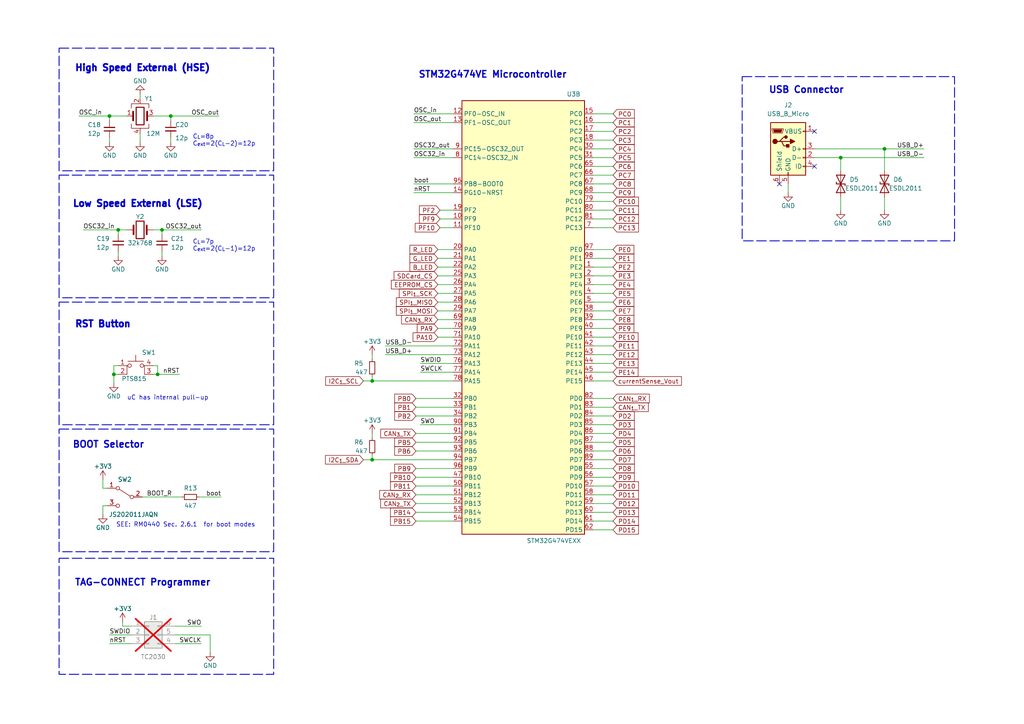
<source format=kicad_sch>
(kicad_sch (version 20231120) (generator "eeschema") (generator_version "8.0")
  (paper "A4")
  (title_block (title "Power - Daughter Board") (date "2023-12-08") (rev "1") (company "NYU FSAE"))
  (lib_symbols
    (symbol "Connector:USB_B_Micro" (pin_names (offset 1.016))
      (property "Reference" "J" (at -5.08 11.43 0))
      (property "Value" "USB_B_Micro" (at -5.08 8.89 0))
      (symbol "USB_B_Micro_0_1"
        (rectangle (start -5.08 -7.62) (end 5.08 7.62) (stroke (width 0.254)) (fill (type background)))
        (circle (center -3.81 2.159) (radius 0.635) (stroke (width 0.254)) (fill (type outline)))
        (circle (center -0.635 3.429) (radius 0.381) (stroke (width 0.254)) (fill (type outline)))
        (rectangle (start -0.127 -7.62) (end 0.127 -6.858))
        (polyline (pts (xy -1.905 2.159) (xy 0.635 2.159)) (stroke (width 0.254)))
        (polyline (pts (xy -3.175 2.159) (xy -2.54 2.159) (xy -1.27 3.429) (xy -0.635 3.429)) (stroke (width 0.254)))
        (polyline (pts (xy -2.54 2.159) (xy -1.905 2.159) (xy -1.27 0.889) (xy 0 0.889)) (stroke (width 0.254)))
        (polyline (pts (xy 0.635 2.794) (xy 0.635 1.524) (xy 1.905 2.159) (xy 0.635 2.794)) (stroke (width 0.254)) (fill (type outline)))
        (polyline (pts (xy -4.318 5.588) (xy -1.778 5.588) (xy -2.032 4.826) (xy -4.064 4.826) (xy -4.318 5.588)) (fill (type outline)))
        (polyline (pts (xy -4.699 5.842) (xy -4.699 5.588) (xy -4.445 4.826) (xy -4.445 4.572) (xy -1.651 4.572) (xy -1.651 4.826) (xy -1.397 5.588) (xy -1.397 5.842) (xy -4.699 5.842)))
        (rectangle (start 0.254 1.27) (end -0.508 0.508) (stroke (width 0.254)) (fill (type outline)))
        (rectangle (start 5.08 -5.207) (end 4.318 -4.953))
        (rectangle (start 5.08 -2.667) (end 4.318 -2.413))
        (rectangle (start 5.08 -0.127) (end 4.318 0.127))
        (rectangle (start 5.08 4.953) (end 4.318 5.207))
      )
      (symbol "USB_B_Micro_1_1"
        (pin power_out line (at 7.62 5.08 180) (length 2.54) (name "VBUS") (number "1"))
        (pin bidirectional line (at 7.62 -2.54 180) (length 2.54) (name "D-") (number "2"))
        (pin bidirectional line (at 7.62 0 180) (length 2.54) (name "D+") (number "3"))
        (pin passive line (at 7.62 -5.08 180) (length 2.54) (name "ID") (number "4"))
        (pin power_out line (at 0 -10.16 90) (length 2.54) (name "GND") (number "5"))
        (pin passive line (at -2.54 -10.16 90) (length 2.54) (name "Shield") (number "6"))
      )
    )
    (symbol "Connector_Generic:Conn_02x03_Counter_Clockwise" (pin_names (offset 1.016) hide)
      (property "Reference" "J" (at 1.27 5.08 0))
      (property "Value" "Conn_02x03_Counter_Clockwise" (at 1.27 -5.08 0))
      (symbol "Conn_02x03_Counter_Clockwise_1_1"
        (rectangle (start -1.27 -2.413) (end 0 -2.667) (stroke (width 0.1524)))
        (rectangle (start -1.27 0.127) (end 0 -0.127) (stroke (width 0.1524)))
        (rectangle (start -1.27 2.667) (end 0 2.413) (stroke (width 0.1524)))
        (rectangle (start -1.27 3.81) (end 3.81 -3.81) (stroke (width 0.254)) (fill (type background)))
        (rectangle (start 3.81 -2.413) (end 2.54 -2.667) (stroke (width 0.1524)))
        (rectangle (start 3.81 0.127) (end 2.54 -0.127) (stroke (width 0.1524)))
        (rectangle (start 3.81 2.667) (end 2.54 2.413) (stroke (width 0.1524)))
        (pin passive line (at -5.08 2.54 0) (length 3.81) (name "Pin_1") (number "1"))
        (pin passive line (at -5.08 0 0) (length 3.81) (name "Pin_2") (number "2"))
        (pin passive line (at -5.08 -2.54 0) (length 3.81) (name "Pin_3") (number "3"))
        (pin passive line (at 7.62 -2.54 180) (length 3.81) (name "Pin_4") (number "4"))
        (pin passive line (at 7.62 0 180) (length 3.81) (name "Pin_5") (number "5"))
        (pin passive line (at 7.62 2.54 180) (length 3.81) (name "Pin_6") (number "6"))
      )
    )
    (symbol "Device:C_Small" (pin_numbers hide) (pin_names (offset 0.254) hide)
      (property "Reference" "C" (at 0.254 1.778 0))
      (property "Value" "C_Small" (at 0.254 -2.032 0))
      (symbol "C_Small_0_1"
        (polyline (pts (xy -1.524 -0.508) (xy 1.524 -0.508)) (stroke (width 0.3302)))
        (polyline (pts (xy -1.524 0.508) (xy 1.524 0.508)) (stroke (width 0.3048)))
      )
      (symbol "C_Small_1_1"
        (pin passive line (at 0 2.54 270) (length 2.032) (name "~") (number "1"))
        (pin passive line (at 0 -2.54 90) (length 2.032) (name "~") (number "2"))
      )
    )
    (symbol "Device:Crystal" (pin_numbers hide) (pin_names (offset 1.016) hide)
      (property "Reference" "Y" (at 0 3.81 0))
      (property "Value" "Crystal" (at 0 -3.81 0))
      (symbol "Crystal_0_1"
        (rectangle (start -1.143 2.54) (end 1.143 -2.54) (stroke (width 0.3048)))
        (polyline (pts (xy -2.54 0) (xy -1.905 0)))
        (polyline (pts (xy -1.905 -1.27) (xy -1.905 1.27)) (stroke (width 0.508)))
        (polyline (pts (xy 1.905 -1.27) (xy 1.905 1.27)) (stroke (width 0.508)))
        (polyline (pts (xy 2.54 0) (xy 1.905 0)))
      )
      (symbol "Crystal_1_1"
        (pin passive line (at -3.81 0 0) (length 1.27) (name "1") (number "1"))
        (pin passive line (at 3.81 0 180) (length 1.27) (name "2") (number "2"))
      )
    )
    (symbol "Device:Crystal_GND24" (pin_names (offset 1.016) hide)
      (property "Reference" "Y" (at 3.175 5.08 0))
      (property "Value" "Crystal_GND24" (at 3.175 3.175 0))
      (symbol "Crystal_GND24_0_1"
        (rectangle (start -1.143 2.54) (end 1.143 -2.54) (stroke (width 0.3048)))
        (polyline (pts (xy -2.54 0) (xy -2.032 0)))
        (polyline (pts (xy -2.032 -1.27) (xy -2.032 1.27)) (stroke (width 0.508)))
        (polyline (pts (xy 0 -3.81) (xy 0 -3.556)))
        (polyline (pts (xy 0 3.556) (xy 0 3.81)))
        (polyline (pts (xy 2.032 -1.27) (xy 2.032 1.27)) (stroke (width 0.508)))
        (polyline (pts (xy 2.032 0) (xy 2.54 0)))
        (polyline (pts (xy -2.54 -2.286) (xy -2.54 -3.556) (xy 2.54 -3.556) (xy 2.54 -2.286)))
        (polyline (pts (xy -2.54 2.286) (xy -2.54 3.556) (xy 2.54 3.556) (xy 2.54 2.286)))
      )
      (symbol "Crystal_GND24_1_1"
        (pin passive line (at -3.81 0 0) (length 1.27) (name "1") (number "1"))
        (pin passive line (at 0 5.08 270) (length 1.27) (name "2") (number "2"))
        (pin passive line (at 3.81 0 180) (length 1.27) (name "3") (number "3"))
        (pin passive line (at 0 -5.08 90) (length 1.27) (name "4") (number "4"))
      )
    )
    (symbol "Device:D_TVS" (pin_numbers hide) (pin_names (offset 1.016) hide)
      (property "Reference" "D" (at 0 2.54 0))
      (property "Value" "D_TVS" (at 0 -2.54 0))
      (symbol "D_TVS_0_1"
        (polyline (pts (xy 1.27 0) (xy -1.27 0)))
        (polyline (pts (xy 0.508 1.27) (xy 0 1.27) (xy 0 -1.27) (xy -0.508 -1.27)) (stroke (width 0.254)))
        (polyline (pts (xy -2.54 1.27) (xy -2.54 -1.27) (xy 2.54 1.27) (xy 2.54 -1.27) (xy -2.54 1.27)) (stroke (width 0.254)))
      )
      (symbol "D_TVS_1_1"
        (pin passive line (at -3.81 0 0) (length 2.54) (name "A1") (number "1"))
        (pin passive line (at 3.81 0 180) (length 2.54) (name "A2") (number "2"))
      )
    )
    (symbol "Device:R_Small" (pin_numbers hide) (pin_names (offset 0.254) hide)
      (property "Reference" "R" (at 0.762 0.508 0))
      (property "Value" "R_Small" (at 0.762 -1.016 0))
      (symbol "R_Small_0_1"
        (rectangle (start -0.762 1.778) (end 0.762 -1.778) (stroke (width 0.2032)))
      )
      (symbol "R_Small_1_1"
        (pin passive line (at 0 2.54 270) (length 0.762) (name "~") (number "1"))
        (pin passive line (at 0 -2.54 90) (length 0.762) (name "~") (number "2"))
      )
    )
    (symbol "GND_1" (power) (pin_names (offset 0))
      (property "Value" "GND_1" (at 0 -3.81 0))
      (symbol "GND_1_0_1"
        (polyline (pts (xy 0 0) (xy 0 -1.27) (xy 1.27 -1.27) (xy 0 -2.54) (xy -1.27 -1.27) (xy 0 -1.27)))
      )
      (symbol "GND_1_1_1"
        (pin power_in line (at 0 0 270) (length 0) hide (name "GND") (number "1"))
      )
    )
    (symbol "GND_2" (power) (pin_names (offset 0))
      (property "Value" "GND_2" (at 0 -3.81 0))
      (symbol "GND_2_0_1"
        (polyline (pts (xy 0 0) (xy 0 -1.27) (xy 1.27 -1.27) (xy 0 -2.54) (xy -1.27 -1.27) (xy 0 -1.27)))
      )
      (symbol "GND_2_1_1"
        (pin power_in line (at 0 0 270) (length 0) hide (name "GND") (number "1"))
      )
    )
    (symbol "Switch:SW_MEC_5E" (pin_names (offset 1.016) hide)
      (property "Reference" "SW" (at 0.635 5.715 0))
      (property "Value" "SW_MEC_5E" (at 0 -3.175 0))
      (symbol "SW_MEC_5E_0_1"
        (circle (center -1.778 2.54) (radius 0.508))
        (polyline (pts (xy -2.286 3.81) (xy 2.286 3.81)))
        (polyline (pts (xy 0 3.81) (xy 0 5.588)))
        (polyline (pts (xy -2.54 0) (xy -2.54 2.54) (xy -2.286 2.54)))
        (polyline (pts (xy 2.54 0) (xy 2.54 2.54) (xy 2.286 2.54)))
        (circle (center 1.778 2.54) (radius 0.508))
        (pin passive line (at -5.08 2.54 0) (length 2.54) (name "1") (number "1"))
        (pin passive line (at -5.08 0 0) (length 2.54) (name "2") (number "2"))
        (pin passive line (at 5.08 0 180) (length 2.54) (name "K") (number "3"))
        (pin passive line (at 5.08 2.54 180) (length 2.54) (name "A") (number "4"))
      )
    )
    (symbol "Switch:SW_SPDT" (pin_names (offset 0) hide)
      (property "Reference" "SW" (at 0 4.318 0))
      (property "Value" "SW_SPDT" (at 0 -5.08 0))
      (symbol "SW_SPDT_0_0"
        (circle (center -2.032 0) (radius 0.508))
        (circle (center 2.032 -2.54) (radius 0.508))
      )
      (symbol "SW_SPDT_0_1"
        (polyline (pts (xy -1.524 0.254) (xy 1.651 2.286)))
        (circle (center 2.032 2.54) (radius 0.508))
      )
      (symbol "SW_SPDT_1_1"
        (pin passive line (at 5.08 2.54 180) (length 2.54) (name "A") (number "1"))
        (pin passive line (at -5.08 0 0) (length 2.54) (name "B") (number "2"))
        (pin passive line (at 5.08 -2.54 180) (length 2.54) (name "C") (number "3"))
      )
    )
    (symbol "additional_lib:STM32G474VEXX"
      (property "Reference" "U" (at 0 64.77 0))
      (property "Value" "STM32G474VEXX" (at 0 -64.77 0))
      (symbol "STM32G474VEXX_1_1"
        (rectangle (start -6.35 16.51) (end 6.35 -12.7) (stroke (width 0.254)) (fill (type background)))
        (pin power_in line (at -8.89 -11.43 0) (length 2.54) (name "V_{DD}") (number "100"))
        (pin power_in line (at 8.89 -1.27 180) (length 2.54) (name "V_{SS}") (number "23"))
        (pin power_in line (at -8.89 -1.27 0) (length 2.54) (name "V_{DD}") (number "24"))
        (pin power_in line (at 8.89 15.24 180) (length 2.54) (name "V_{SSA}") (number "35"))
        (pin power_in line (at -8.89 10.16 0) (length 2.54) (name "V_{REF+}") (number "36"))
        (pin power_in line (at -8.89 15.24 0) (length 2.54) (name "V_{DDA}") (number "37"))
        (pin power_in line (at 8.89 -3.81 180) (length 2.54) (name "V_{SS}") (number "48"))
        (pin power_in line (at -8.89 -3.81 0) (length 2.54) (name "V_{DD}") (number "49"))
        (pin power_in line (at -8.89 3.81 0) (length 2.54) (name "V_{BAT}") (number "6"))
        (pin power_in line (at 8.89 -6.35 180) (length 2.54) (name "V_{SS}") (number "63"))
        (pin power_in line (at -8.89 -6.35 0) (length 2.54) (name "V_{DD}") (number "64"))
        (pin power_in line (at 8.89 -8.89 180) (length 2.54) (name "V_{SS}") (number "74"))
        (pin power_in line (at -8.89 -8.89 0) (length 2.54) (name "V_{DD}") (number "75"))
        (pin power_in line (at 8.89 -11.43 180) (length 2.54) (name "V_{SS}") (number "99"))
      )
      (symbol "STM32G474VEXX_2_1"
        (rectangle (start -17.78 63.5) (end 17.78 -62.23) (stroke (width 0.254)) (fill (type background)))
        (pin power_in line (at 20.32 15.24 180) (length 2.54) (name "PE2") (number "1"))
        (pin bidirectional line (at -20.32 29.21 0) (length 2.54) (name "PF9") (number "10"))
        (pin bidirectional line (at -20.32 26.67 0) (length 2.54) (name "PF10") (number "11"))
        (pin bidirectional line (at -20.32 59.69 0) (length 2.54) (name "PF0-OSC_IN") (number "12"))
        (pin bidirectional line (at -20.32 57.15 0) (length 2.54) (name "PF1-OSC_OUT") (number "13"))
        (pin bidirectional line (at -20.32 36.83 0) (length 2.54) (name "PG10-NRST") (number "14"))
        (pin power_in line (at 20.32 59.69 180) (length 2.54) (name "PC0") (number "15"))
        (pin power_in line (at 20.32 57.15 180) (length 2.54) (name "PC1") (number "16"))
        (pin power_in line (at 20.32 54.61 180) (length 2.54) (name "PC2") (number "17"))
        (pin power_in line (at 20.32 52.07 180) (length 2.54) (name "PC3") (number "18"))
        (pin bidirectional line (at -20.32 31.75 0) (length 2.54) (name "PF2") (number "19"))
        (pin power_in line (at 20.32 12.7 180) (length 2.54) (name "PE3") (number "2"))
        (pin power_in line (at -20.32 20.32 0) (length 2.54) (name "PA0") (number "20"))
        (pin bidirectional line (at -20.32 17.78 0) (length 2.54) (name "PA1") (number "21"))
        (pin bidirectional line (at -20.32 15.24 0) (length 2.54) (name "PA2") (number "22"))
        (pin bidirectional line (at -20.32 12.7 0) (length 2.54) (name "PA3") (number "25"))
        (pin bidirectional line (at -20.32 10.16 0) (length 2.54) (name "PA4") (number "26"))
        (pin bidirectional line (at -20.32 7.62 0) (length 2.54) (name "PA5") (number "27"))
        (pin bidirectional line (at -20.32 5.08 0) (length 2.54) (name "PA6") (number "28"))
        (pin bidirectional line (at -20.32 2.54 0) (length 2.54) (name "PA7") (number "29"))
        (pin power_in line (at 20.32 10.16 180) (length 2.54) (name "PE4") (number "3"))
        (pin power_in line (at 20.32 49.53 180) (length 2.54) (name "PC4") (number "30"))
        (pin power_in line (at 20.32 46.99 180) (length 2.54) (name "PC5") (number "31"))
        (pin bidirectional line (at -20.32 -22.86 0) (length 2.54) (name "PB0") (number "32"))
        (pin bidirectional line (at -20.32 -25.4 0) (length 2.54) (name "PB1") (number "33"))
        (pin bidirectional line (at -20.32 -27.94 0) (length 2.54) (name "PB2") (number "34"))
        (pin power_in line (at 20.32 2.54 180) (length 2.54) (name "PE7") (number "38"))
        (pin power_in line (at 20.32 0 180) (length 2.54) (name "PE8") (number "39"))
        (pin power_in line (at 20.32 7.62 180) (length 2.54) (name "PE5") (number "4"))
        (pin power_in line (at 20.32 -2.54 180) (length 2.54) (name "PE9") (number "40"))
        (pin power_in line (at 20.32 -5.08 180) (length 2.54) (name "PE10") (number "41"))
        (pin power_in line (at 20.32 -7.62 180) (length 2.54) (name "PE11") (number "42"))
        (pin power_in line (at 20.32 -10.16 180) (length 2.54) (name "PE12") (number "43"))
        (pin power_in line (at 20.32 -12.7 180) (length 2.54) (name "PE13") (number "44"))
        (pin power_in line (at 20.32 -15.24 180) (length 2.54) (name "PE14") (number "45"))
        (pin power_in line (at 20.32 -17.78 180) (length 2.54) (name "PE15") (number "46"))
        (pin bidirectional line (at -20.32 -45.72 0) (length 2.54) (name "PB10") (number "47"))
        (pin power_in line (at 20.32 5.08 180) (length 2.54) (name "PE6") (number "5"))
        (pin bidirectional line (at -20.32 -48.26 0) (length 2.54) (name "PB11") (number "50"))
        (pin bidirectional line (at -20.32 -50.8 0) (length 2.54) (name "PB12") (number "51"))
        (pin bidirectional line (at -20.32 -53.34 0) (length 2.54) (name "PB13") (number "52"))
        (pin bidirectional line (at -20.32 -55.88 0) (length 2.54) (name "PB14") (number "53"))
        (pin bidirectional line (at -20.32 -58.42 0) (length 2.54) (name "PB15") (number "54"))
        (pin bidirectional line (at 20.32 -43.18 180) (length 2.54) (name "PD8") (number "55"))
        (pin bidirectional line (at 20.32 -45.72 180) (length 2.54) (name "PD9") (number "56"))
        (pin bidirectional line (at 20.32 -48.26 180) (length 2.54) (name "PD10") (number "57"))
        (pin bidirectional line (at 20.32 -50.8 180) (length 2.54) (name "PD11") (number "58"))
        (pin bidirectional line (at 20.32 -53.34 180) (length 2.54) (name "PD12") (number "59"))
        (pin bidirectional line (at 20.32 -55.88 180) (length 2.54) (name "PD13") (number "60"))
        (pin bidirectional line (at 20.32 -58.42 180) (length 2.54) (name "PD14") (number "61"))
        (pin bidirectional line (at 20.32 -60.96 180) (length 2.54) (name "PD15") (number "62"))
        (pin power_in line (at 20.32 44.45 180) (length 2.54) (name "PC6") (number "65"))
        (pin power_in line (at 20.32 41.91 180) (length 2.54) (name "PC7") (number "66"))
        (pin power_in line (at 20.32 39.37 180) (length 2.54) (name "PC8") (number "67"))
        (pin power_in line (at 20.32 36.83 180) (length 2.54) (name "PC9") (number "68"))
        (pin bidirectional line (at -20.32 0 0) (length 2.54) (name "PA8") (number "69"))
        (pin power_in line (at 20.32 26.67 180) (length 2.54) (name "PC13") (number "7"))
        (pin bidirectional line (at -20.32 -2.54 0) (length 2.54) (name "PA9") (number "70"))
        (pin bidirectional line (at -20.32 -5.08 0) (length 2.54) (name "PA10") (number "71"))
        (pin bidirectional line (at -20.32 -7.62 0) (length 2.54) (name "PA11") (number "72"))
        (pin bidirectional line (at -20.32 -10.16 0) (length 2.54) (name "PA12") (number "73"))
        (pin bidirectional line (at -20.32 -12.7 0) (length 2.54) (name "PA13") (number "76"))
        (pin bidirectional line (at -20.32 -15.24 0) (length 2.54) (name "PA14") (number "77"))
        (pin bidirectional line (at -20.32 -17.78 0) (length 2.54) (name "PA15") (number "78"))
        (pin power_in line (at 20.32 34.29 180) (length 2.54) (name "PC10") (number "79"))
        (pin power_in line (at -20.32 46.99 0) (length 2.54) (name "PC14-OSC32_IN") (number "8"))
        (pin power_in line (at 20.32 31.75 180) (length 2.54) (name "PC11") (number "80"))
        (pin power_in line (at 20.32 29.21 180) (length 2.54) (name "PC12") (number "81"))
        (pin bidirectional line (at 20.32 -22.86 180) (length 2.54) (name "PD0") (number "82"))
        (pin bidirectional line (at 20.32 -25.4 180) (length 2.54) (name "PD1") (number "83"))
        (pin bidirectional line (at 20.32 -27.94 180) (length 2.54) (name "PD2") (number "84"))
        (pin bidirectional line (at 20.32 -30.48 180) (length 2.54) (name "PD3") (number "85"))
        (pin bidirectional line (at 20.32 -33.02 180) (length 2.54) (name "PD4") (number "86"))
        (pin bidirectional line (at 20.32 -35.56 180) (length 2.54) (name "PD5") (number "87"))
        (pin bidirectional line (at 20.32 -38.1 180) (length 2.54) (name "PD6") (number "88"))
        (pin bidirectional line (at 20.32 -40.64 180) (length 2.54) (name "PD7") (number "89"))
        (pin power_in line (at -20.32 49.53 0) (length 2.54) (name "PC15-OSC32_OUT") (number "9"))
        (pin bidirectional line (at -20.32 -30.48 0) (length 2.54) (name "PB3") (number "90"))
        (pin bidirectional line (at -20.32 -33.02 0) (length 2.54) (name "PB4") (number "91"))
        (pin bidirectional line (at -20.32 -35.56 0) (length 2.54) (name "PB5") (number "92"))
        (pin bidirectional line (at -20.32 -38.1 0) (length 2.54) (name "PB6") (number "93"))
        (pin bidirectional line (at -20.32 -40.64 0) (length 2.54) (name "PB7") (number "94"))
        (pin bidirectional line (at -20.32 39.37 0) (length 2.54) (name "PB8-BOOT0") (number "95"))
        (pin bidirectional line (at -20.32 -43.18 0) (length 2.54) (name "PB9") (number "96"))
        (pin power_in line (at 20.32 20.32 180) (length 2.54) (name "PE0") (number "97"))
        (pin power_in line (at 20.32 17.78 180) (length 2.54) (name "PE1") (number "98"))
      )
    )
    (symbol "power:+3V3" (power) (pin_names (offset 0))
      (property "Value" "+3V3" (at 0 3.556 0))
      (symbol "+3V3_0_1"
        (polyline (pts (xy -0.762 1.27) (xy 0 2.54)))
        (polyline (pts (xy 0 0) (xy 0 2.54)))
        (polyline (pts (xy 0 2.54) (xy 0.762 1.27)))
      )
      (symbol "+3V3_1_1"
        (pin power_in line (at 0 0 90) (length 0) hide (name "+3V3") (number "1"))
      )
    )
    (symbol "power:GND" (power) (pin_names (offset 0))
      (property "Value" "GND" (at 0 -3.81 0))
      (symbol "GND_0_1"
        (polyline (pts (xy 0 0) (xy 0 -1.27) (xy 1.27 -1.27) (xy 0 -2.54) (xy -1.27 -1.27) (xy 0 -1.27)))
      )
      (symbol "GND_1_1"
        (pin power_in line (at 0 0 270) (length 0) hide (name "GND") (number "1"))
      )
    )
  )
  (junction (at 107.95 133.35))
  (junction (at 49.53 33.655))
  (junction (at 46.99 66.675))
  (junction (at 31.75 33.655))
  (junction (at 33.02 108.585))
  (junction (at 256.54 43.18))
  (junction (at 243.84 45.72))
  (junction (at 34.29 66.675))
  (junction (at 107.95 110.49))
  (junction (at 45.72 108.585))
  (no_connect (at 236.22 48.26))
  (no_connect (at 226.06 53.34))
  (no_connect (at 236.22 38.1))
  (wire (pts (xy 127 92.71) (xy 131.445 92.71)))
  (wire (pts (xy 177.8 107.95) (xy 172.085 107.95)))
  (wire (pts (xy 120.015 45.72) (xy 131.445 45.72)))
  (wire (pts (xy 127 95.25) (xy 131.445 95.25)))
  (wire (pts (xy 127 72.39) (xy 131.445 72.39)))
  (wire (pts (xy 127 97.79) (xy 131.445 97.79)))
  (wire (pts (xy 31.115 146.685) (xy 29.845 146.685)))
  (wire (pts (xy 46.99 66.675) (xy 46.99 67.945)))
  (wire (pts (xy 29.845 146.685) (xy 29.845 149.225)))
  (wire (pts (xy 243.84 45.72) (xy 243.84 49.53)))
  (wire (pts (xy 22.86 33.655) (xy 31.75 33.655)))
  (wire (pts (xy 127.635 60.96) (xy 131.445 60.96)))
  (wire (pts (xy 243.84 57.15) (xy 243.84 60.96)))
  (wire (pts (xy 44.45 108.585) (xy 45.72 108.585)))
  (wire (pts (xy 256.54 57.15) (xy 256.54 60.96)))
  (wire (pts (xy 236.22 45.72) (xy 243.84 45.72)))
  (wire (pts (xy 177.8 143.51) (xy 172.085 143.51)))
  (wire (pts (xy 121.92 107.95) (xy 131.445 107.95)))
  (wire (pts (xy 177.8 38.1) (xy 172.085 38.1)))
  (wire (pts (xy 120.015 53.34) (xy 131.445 53.34)))
  (wire (pts (xy 29.845 141.605) (xy 31.115 141.605)))
  (wire (pts (xy 120.65 128.27) (xy 131.445 128.27)))
  (wire (pts (xy 127 85.09) (xy 131.445 85.09)))
  (wire (pts (xy 107.95 132.08) (xy 107.95 133.35)))
  (wire (pts (xy 34.29 67.945) (xy 34.29 66.675)))
  (wire (pts (xy 120.65 148.59) (xy 131.445 148.59)))
  (wire (pts (xy 111.76 102.87) (xy 131.445 102.87)))
  (wire (pts (xy 177.8 72.39) (xy 172.085 72.39)))
  (wire (pts (xy 31.75 34.925) (xy 31.75 33.655)))
  (wire (pts (xy 121.92 105.41) (xy 131.445 105.41)))
  (wire (pts (xy 177.8 128.27) (xy 172.085 128.27)))
  (wire (pts (xy 31.75 186.69) (xy 38.1 186.69)))
  (wire (pts (xy 177.8 40.64) (xy 172.085 40.64)))
  (wire (pts (xy 111.76 100.33) (xy 131.445 100.33)))
  (wire (pts (xy 45.72 108.585) (xy 52.07 108.585)))
  (wire (pts (xy 177.8 55.88) (xy 172.085 55.88)))
  (wire (pts (xy 120.65 151.13) (xy 131.445 151.13)))
  (wire (pts (xy 120.015 43.18) (xy 131.445 43.18)))
  (wire (pts (xy 177.8 45.72) (xy 172.085 45.72)))
  (wire (pts (xy 177.8 123.19) (xy 172.085 123.19)))
  (wire (pts (xy 177.8 77.47) (xy 172.085 77.47)))
  (wire (pts (xy 177.8 120.65) (xy 172.085 120.65)))
  (wire (pts (xy 120.65 130.81) (xy 131.445 130.81)))
  (wire (pts (xy 177.8 138.43) (xy 172.085 138.43)))
  (wire (pts (xy 120.65 146.05) (xy 131.445 146.05)))
  (wire (pts (xy 120.015 55.88) (xy 131.445 55.88)))
  (wire (pts (xy 177.8 125.73) (xy 172.085 125.73)))
  (wire (pts (xy 105.41 110.49) (xy 107.95 110.49)))
  (wire (pts (xy 177.8 110.49) (xy 172.085 110.49)))
  (wire (pts (xy 57.785 144.145) (xy 64.135 144.145)))
  (wire (pts (xy 38.1 181.61) (xy 35.56 181.61)))
  (wire (pts (xy 40.64 38.735) (xy 40.64 41.275)))
  (wire (pts (xy 256.54 43.18) (xy 256.54 49.53)))
  (wire (pts (xy 40.64 27.305) (xy 40.64 28.575)))
  (wire (pts (xy 177.8 66.04) (xy 172.085 66.04)))
  (wire (pts (xy 127 74.93) (xy 131.445 74.93)))
  (wire (pts (xy 236.22 43.18) (xy 256.54 43.18)))
  (wire (pts (xy 127 87.63) (xy 131.445 87.63)))
  (wire (pts (xy 177.8 43.18) (xy 172.085 43.18)))
  (wire (pts (xy 177.8 58.42) (xy 172.085 58.42)))
  (wire (pts (xy 177.8 90.17) (xy 172.085 90.17)))
  (wire (pts (xy 120.65 115.57) (xy 131.445 115.57)))
  (wire (pts (xy 177.8 92.71) (xy 172.085 92.71)))
  (wire (pts (xy 177.8 50.8) (xy 172.085 50.8)))
  (wire (pts (xy 107.95 125.73) (xy 107.95 127)))
  (wire (pts (xy 33.02 111.125) (xy 33.02 108.585)))
  (wire (pts (xy 31.75 33.655) (xy 36.83 33.655)))
  (wire (pts (xy 172.085 115.57) (xy 177.8 115.57)))
  (wire (pts (xy 33.02 106.045) (xy 33.02 108.585)))
  (wire (pts (xy 33.02 108.585) (xy 34.29 108.585)))
  (wire (pts (xy 45.72 106.045) (xy 45.72 108.585)))
  (wire (pts (xy 46.99 73.025) (xy 46.99 74.295)))
  (wire (pts (xy 243.84 45.72) (xy 267.97 45.72)))
  (wire (pts (xy 120.015 33.02) (xy 131.445 33.02)))
  (wire (pts (xy 177.8 33.02) (xy 172.085 33.02)))
  (wire (pts (xy 34.29 73.025) (xy 34.29 74.295)))
  (wire (pts (xy 34.29 106.045) (xy 33.02 106.045)))
  (wire (pts (xy 120.65 125.73) (xy 131.445 125.73)))
  (wire (pts (xy 50.8 186.69) (xy 58.42 186.69)))
  (wire (pts (xy 228.6 53.34) (xy 228.6 55.88)))
  (wire (pts (xy 120.65 120.65) (xy 131.445 120.65)))
  (wire (pts (xy 127.635 66.04) (xy 131.445 66.04)))
  (wire (pts (xy 49.53 33.655) (xy 63.5 33.655)))
  (wire (pts (xy 35.56 181.61) (xy 35.56 180.34)))
  (wire (pts (xy 120.65 138.43) (xy 131.445 138.43)))
  (wire (pts (xy 127.635 63.5) (xy 131.445 63.5)))
  (wire (pts (xy 177.8 60.96) (xy 172.085 60.96)))
  (wire (pts (xy 49.53 40.005) (xy 49.53 41.275)))
  (wire (pts (xy 177.8 63.5) (xy 172.085 63.5)))
  (wire (pts (xy 60.96 184.15) (xy 60.96 189.23)))
  (wire (pts (xy 105.41 133.35) (xy 107.95 133.35)))
  (wire (pts (xy 31.75 40.005) (xy 31.75 41.275)))
  (wire (pts (xy 44.45 33.655) (xy 49.53 33.655)))
  (wire (pts (xy 177.8 97.79) (xy 172.085 97.79)))
  (wire (pts (xy 107.95 133.35) (xy 131.445 133.35)))
  (wire (pts (xy 107.95 110.49) (xy 131.445 110.49)))
  (wire (pts (xy 44.45 66.675) (xy 46.99 66.675)))
  (wire (pts (xy 31.75 184.15) (xy 38.1 184.15)))
  (wire (pts (xy 177.8 153.67) (xy 172.085 153.67)))
  (wire (pts (xy 177.8 102.87) (xy 172.085 102.87)))
  (wire (pts (xy 107.95 102.87) (xy 107.95 104.14)))
  (wire (pts (xy 256.54 43.18) (xy 267.97 43.18)))
  (wire (pts (xy 34.29 66.675) (xy 36.83 66.675)))
  (wire (pts (xy 121.92 123.19) (xy 131.445 123.19)))
  (wire (pts (xy 44.45 106.045) (xy 45.72 106.045)))
  (wire (pts (xy 24.13 66.675) (xy 34.29 66.675)))
  (wire (pts (xy 127 80.01) (xy 131.445 80.01)))
  (wire (pts (xy 177.8 87.63) (xy 172.085 87.63)))
  (wire (pts (xy 29.845 139.065) (xy 29.845 141.605)))
  (wire (pts (xy 177.8 85.09) (xy 172.085 85.09)))
  (wire (pts (xy 177.8 151.13) (xy 172.085 151.13)))
  (wire (pts (xy 177.8 82.55) (xy 172.085 82.55)))
  (wire (pts (xy 177.8 80.01) (xy 172.085 80.01)))
  (wire (pts (xy 177.8 74.93) (xy 172.085 74.93)))
  (wire (pts (xy 120.65 140.97) (xy 131.445 140.97)))
  (wire (pts (xy 127 82.55) (xy 131.445 82.55)))
  (wire (pts (xy 177.8 146.05) (xy 172.085 146.05)))
  (wire (pts (xy 177.8 100.33) (xy 172.085 100.33)))
  (wire (pts (xy 172.085 105.41) (xy 177.8 105.41)))
  (wire (pts (xy 120.65 143.51) (xy 131.445 143.51)))
  (wire (pts (xy 107.95 109.22) (xy 107.95 110.49)))
  (wire (pts (xy 50.8 181.61) (xy 58.42 181.61)))
  (wire (pts (xy 177.8 130.81) (xy 172.085 130.81)))
  (wire (pts (xy 41.275 144.145) (xy 52.705 144.145)))
  (wire (pts (xy 50.8 184.15) (xy 60.96 184.15)))
  (wire (pts (xy 127 77.47) (xy 131.445 77.47)))
  (wire (pts (xy 49.53 33.655) (xy 49.53 34.925)))
  (wire (pts (xy 177.8 48.26) (xy 172.085 48.26)))
  (wire (pts (xy 177.8 140.97) (xy 172.085 140.97)))
  (wire (pts (xy 172.085 118.11) (xy 177.8 118.11)))
  (wire (pts (xy 177.8 133.35) (xy 172.085 133.35)))
  (wire (pts (xy 177.8 95.25) (xy 172.085 95.25)))
  (wire (pts (xy 120.65 135.89) (xy 131.445 135.89)))
  (wire (pts (xy 46.99 66.675) (xy 58.42 66.675)))
  (wire (pts (xy 177.8 135.89) (xy 172.085 135.89)))
  (wire (pts (xy 177.8 35.56) (xy 172.085 35.56)))
  (wire (pts (xy 127 90.17) (xy 131.445 90.17)))
  (wire (pts (xy 120.65 118.11) (xy 131.445 118.11)))
  (wire (pts (xy 177.8 148.59) (xy 172.085 148.59)))
  (wire (pts (xy 177.8 53.34) (xy 172.085 53.34)))
  (wire (pts (xy 120.015 35.56) (xy 131.445 35.56)))
  (rectangle (start 17.145 124.46) (end 79.375 160.02) (stroke (width 0.254) (type dash)))
  (rectangle (start 215.265 22.225) (end 276.86 69.85) (stroke (width 0.254) (type dash)))
  (rectangle (start 17.145 161.925) (end 79.375 195.58) (stroke (width 0.254) (type dash)))
  (rectangle (start 17.145 50.8) (end 79.375 86.36) (stroke (width 0.254) (type dash)))
  (rectangle (start 17.145 87.63) (end 79.375 123.19) (stroke (width 0.254) (type dash)))
  (rectangle (start 17.145 13.97) (end 79.375 49.53) (stroke (width 0.254) (type dash)))
  (text "TAG-CONNECT Programmer" (at 21.59 170.18 0) (effects (font (size 1.905 1.905) (thickness 0.381) (bold yes)) (justify left bottom)))
  (text "High Speed External (HSE)" (at 21.59 20.955 0) (effects (font (size 1.905 1.905) (thickness 0.508) (bold yes)) (justify left bottom)))
  (text "Low Speed External (LSE)" (at 20.955 60.325 0) (effects (font (size 1.905 1.905) (thickness 0.508) (bold yes)) (justify left bottom)))
  (text "C_{L}=8p\nC_{ext}=2(C_{L}-2)=12p" (at 55.88 42.545 0) (effects (font (size 1.27 1.27)) (justify left bottom)))
  (text "uC has internal pull-up\n" (at 36.83 116.205 0) (effects (font (size 1.27 1.27)) (justify left bottom)))
  (text "BOOT Selector" (at 20.955 130.175 0) (effects (font (size 1.905 1.905) (thickness 0.381) (bold yes)) (justify left bottom)))
  (text "USB Connector" (at 222.885 27.305 0) (effects (font (size 1.905 1.905) (thickness 0.381) (bold yes)) (justify left bottom)))
  (text "SEE: RM0440 Sec. 2.6.1  for boot modes" (at 33.655 153.035 0) (effects (font (size 1.27 1.27)) (justify left bottom)))
  (text "C_{L}=7p\nC_{ext}=2(C_{L}-1)=12p" (at 55.88 73.025 0) (effects (font (size 1.27 1.27)) (justify left bottom)))
  (text "RST Button" (at 21.59 95.25 0) (effects (font (size 1.905 1.905) (thickness 0.508) (bold yes)) (justify left bottom)))
  (text "STM32G474VE Microcontroller" (at 121.285 22.86 0) (effects (font (size 1.905 1.905) (thickness 0.381) (bold yes)) (justify left bottom)))
  (label "nRST" (at 31.75 186.69 0))
  (label "nRST" (at 120.015 55.88 0))
  (label "USB_D+" (at 267.97 43.18 180))
  (label "SWDIO" (at 31.75 184.15 0))
  (label "USB_D-" (at 267.97 45.72 180))
  (label "BOOT_R" (at 42.545 144.145 0))
  (label "nRST" (at 52.07 108.585 180))
  (label "OSC_in" (at 120.015 33.02 0))
  (label "OSC32_out" (at 58.42 66.675 180))
  (label "OSC32_in" (at 120.015 45.72 0))
  (label "USB_D-" (at 111.76 100.33 0))
  (label "boot" (at 64.135 144.145 180))
  (label "SWO" (at 58.42 181.61 180))
  (label "SWCLK" (at 58.42 186.69 180))
  (label "SWDIO" (at 121.92 105.41 0))
  (label "OSC32_out" (at 120.015 43.18 0))
  (label "OSC_out" (at 120.015 35.56 0))
  (label "OSC_out" (at 63.5 33.655 180))
  (label "OSC_in" (at 22.86 33.655 0))
  (label "SWO" (at 121.92 123.19 0))
  (label "SWCLK" (at 121.92 107.95 0))
  (label "USB_D+" (at 111.76 102.87 0))
  (label "boot" (at 120.015 53.34 0))
  (label "OSC32_in" (at 24.13 66.675 0))
  (global_label "PC3" (shape input) (at 177.8 40.64 0) (property "Intersheetrefs" "${INTERSHEET_REFS}" (effects (hide yes))))
  (global_label "PF9" (shape input) (at 127.635 63.5 180) (property "Intersheetrefs" "${INTERSHEET_REFS}" (effects (hide yes))))
  (global_label "PD14" (shape input) (at 177.8 151.13 0) (property "Intersheetrefs" "${INTERSHEET_REFS}" (effects (hide yes))))
  (global_label "PD4" (shape input) (at 177.8 125.73 0) (property "Intersheetrefs" "${INTERSHEET_REFS}" (effects (hide yes))))
  (global_label "PB15" (shape input) (at 120.65 151.13 180) (property "Intersheetrefs" "${INTERSHEET_REFS}" (effects (hide yes))))
  (global_label "PB9" (shape input) (at 120.65 135.89 180) (property "Intersheetrefs" "${INTERSHEET_REFS}" (effects (hide yes))))
  (global_label "PC11" (shape input) (at 177.8 60.96 0) (property "Intersheetrefs" "${INTERSHEET_REFS}" (effects (hide yes))))
  (global_label "PC13" (shape input) (at 177.8 66.04 0) (property "Intersheetrefs" "${INTERSHEET_REFS}" (effects (hide yes))))
  (global_label "PC5" (shape input) (at 177.8 45.72 0) (property "Intersheetrefs" "${INTERSHEET_REFS}" (effects (hide yes))))
  (global_label "PC0" (shape input) (at 177.8 33.02 0) (property "Intersheetrefs" "${INTERSHEET_REFS}" (effects (hide yes))))
  (global_label "PE4" (shape input) (at 177.8 82.55 0) (property "Intersheetrefs" "${INTERSHEET_REFS}" (effects (hide yes))))
  (global_label "PE8" (shape input) (at 177.8 92.71 0) (property "Intersheetrefs" "${INTERSHEET_REFS}" (effects (hide yes))))
  (global_label "PE14" (shape input) (at 177.8 107.95 0) (property "Intersheetrefs" "${INTERSHEET_REFS}" (effects (hide yes))))
  (global_label "PB14" (shape input) (at 120.65 148.59 180) (property "Intersheetrefs" "${INTERSHEET_REFS}" (effects (hide yes))))
  (global_label "CAN_{3}_RX" (shape input) (at 127 92.71 180) (property "Intersheetrefs" "${INTERSHEET_REFS}" (effects (hide yes))))
  (global_label "PF10" (shape input) (at 127.635 66.04 180) (property "Intersheetrefs" "${INTERSHEET_REFS}" (effects (hide yes))))
  (global_label "I2C_{1}_SDA" (shape input) (at 105.41 133.35 180) (property "Intersheetrefs" "${INTERSHEET_REFS}" (effects (hide yes))))
  (global_label "PC9" (shape input) (at 177.8 55.88 0) (property "Intersheetrefs" "${INTERSHEET_REFS}" (effects (hide yes))))
  (global_label "PA10" (shape input) (at 127 97.79 180) (property "Intersheetrefs" "${INTERSHEET_REFS}" (effects (hide yes))))
  (global_label "SPI_{1}_SCK" (shape input) (at 127 85.09 180) (property "Intersheetrefs" "${INTERSHEET_REFS}" (effects (hide yes))))
  (global_label "PB1" (shape input) (at 120.65 118.11 180) (property "Intersheetrefs" "${INTERSHEET_REFS}" (effects (hide yes))))
  (global_label "PE11" (shape input) (at 177.8 100.33 0) (property "Intersheetrefs" "${INTERSHEET_REFS}" (effects (hide yes))))
  (global_label "EEPROM_CS" (shape input) (at 127 82.55 180) (property "Intersheetrefs" "${INTERSHEET_REFS}" (effects (hide yes))))
  (global_label "PE0" (shape input) (at 177.8 72.39 0) (property "Intersheetrefs" "${INTERSHEET_REFS}" (effects (hide yes))))
  (global_label "PC12" (shape input) (at 177.8 63.5 0) (property "Intersheetrefs" "${INTERSHEET_REFS}" (effects (hide yes))))
  (global_label "PE2" (shape input) (at 177.8 77.47 0) (property "Intersheetrefs" "${INTERSHEET_REFS}" (effects (hide yes))))
  (global_label "CAN_{2}_RX" (shape input) (at 120.65 143.51 180) (property "Intersheetrefs" "${INTERSHEET_REFS}" (effects (hide yes))))
  (global_label "PC8" (shape input) (at 177.8 53.34 0) (property "Intersheetrefs" "${INTERSHEET_REFS}" (effects (hide yes))))
  (global_label "PE10" (shape input) (at 177.8 97.79 0) (property "Intersheetrefs" "${INTERSHEET_REFS}" (effects (hide yes))))
  (global_label "CAN_{3}_TX" (shape input) (at 120.65 125.73 180) (property "Intersheetrefs" "${INTERSHEET_REFS}" (effects (hide yes))))
  (global_label "PD9" (shape input) (at 177.8 138.43 0) (property "Intersheetrefs" "${INTERSHEET_REFS}" (effects (hide yes))))
  (global_label "PE1" (shape input) (at 177.8 74.93 0) (property "Intersheetrefs" "${INTERSHEET_REFS}" (effects (hide yes))))
  (global_label "CAN_{1}_RX" (shape input) (at 177.8 115.57 0) (property "Intersheetrefs" "${INTERSHEET_REFS}" (effects (hide yes))))
  (global_label "PB6" (shape input) (at 120.65 130.81 180) (property "Intersheetrefs" "${INTERSHEET_REFS}" (effects (hide yes))))
  (global_label "PE5" (shape input) (at 177.8 85.09 0) (property "Intersheetrefs" "${INTERSHEET_REFS}" (effects (hide yes))))
  (global_label "PD5" (shape input) (at 177.8 128.27 0) (property "Intersheetrefs" "${INTERSHEET_REFS}" (effects (hide yes))))
  (global_label "PB11" (shape input) (at 120.65 140.97 180) (property "Intersheetrefs" "${INTERSHEET_REFS}" (effects (hide yes))))
  (global_label "PC10" (shape input) (at 177.8 58.42 0) (property "Intersheetrefs" "${INTERSHEET_REFS}" (effects (hide yes))))
  (global_label "SPI_{1}_MISO" (shape input) (at 127 87.63 180) (property "Intersheetrefs" "${INTERSHEET_REFS}" (effects (hide yes))))
  (global_label "PC6" (shape input) (at 177.8 48.26 0) (property "Intersheetrefs" "${INTERSHEET_REFS}" (effects (hide yes))))
  (global_label "G_LED" (shape input) (at 127 74.93 180) (property "Intersheetrefs" "${INTERSHEET_REFS}" (effects (hide yes))))
  (global_label "PC1" (shape input) (at 177.8 35.56 0) (property "Intersheetrefs" "${INTERSHEET_REFS}" (effects (hide yes))))
  (global_label "PC4" (shape input) (at 177.8 43.18 0) (property "Intersheetrefs" "${INTERSHEET_REFS}" (effects (hide yes))))
  (global_label "PD2" (shape input) (at 177.8 120.65 0) (property "Intersheetrefs" "${INTERSHEET_REFS}" (effects (hide yes))))
  (global_label "PD3" (shape input) (at 177.8 123.19 0) (property "Intersheetrefs" "${INTERSHEET_REFS}" (effects (hide yes))))
  (global_label "PE3" (shape input) (at 177.8 80.01 0) (property "Intersheetrefs" "${INTERSHEET_REFS}" (effects (hide yes))))
  (global_label "PB5" (shape input) (at 120.65 128.27 180) (property "Intersheetrefs" "${INTERSHEET_REFS}" (effects (hide yes))))
  (global_label "PE9" (shape input) (at 177.8 95.25 0) (property "Intersheetrefs" "${INTERSHEET_REFS}" (effects (hide yes))))
  (global_label "PD12" (shape input) (at 177.8 146.05 0) (property "Intersheetrefs" "${INTERSHEET_REFS}" (effects (hide yes))))
  (global_label "PE7" (shape input) (at 177.8 90.17 0) (property "Intersheetrefs" "${INTERSHEET_REFS}" (effects (hide yes))))
  (global_label "currentSense_Vout" (shape input) (at 177.8 110.49 0) (property "Intersheetrefs" "${INTERSHEET_REFS}" (effects (hide yes))))
  (global_label "SPI_{1}_MOSI" (shape input) (at 127 90.17 180) (property "Intersheetrefs" "${INTERSHEET_REFS}" (effects (hide yes))))
  (global_label "PF2" (shape input) (at 127.635 60.96 180) (property "Intersheetrefs" "${INTERSHEET_REFS}" (effects (hide yes))))
  (global_label "PB2" (shape input) (at 120.65 120.65 180) (property "Intersheetrefs" "${INTERSHEET_REFS}" (effects (hide yes))))
  (global_label "PC2" (shape input) (at 177.8 38.1 0) (property "Intersheetrefs" "${INTERSHEET_REFS}" (effects (hide yes))))
  (global_label "PA9" (shape input) (at 127 95.25 180) (property "Intersheetrefs" "${INTERSHEET_REFS}" (effects (hide yes))))
  (global_label "PD6" (shape input) (at 177.8 130.81 0) (property "Intersheetrefs" "${INTERSHEET_REFS}" (effects (hide yes))))
  (global_label "R_LED" (shape input) (at 127 72.39 180) (property "Intersheetrefs" "${INTERSHEET_REFS}" (effects (hide yes))))
  (global_label "CAN_{1}_TX" (shape input) (at 177.8 118.11 0) (property "Intersheetrefs" "${INTERSHEET_REFS}" (effects (hide yes))))
  (global_label "PD11" (shape input) (at 177.8 143.51 0) (property "Intersheetrefs" "${INTERSHEET_REFS}" (effects (hide yes))))
  (global_label "PE13" (shape input) (at 177.8 105.41 0) (property "Intersheetrefs" "${INTERSHEET_REFS}" (effects (hide yes))))
  (global_label "CAN_{2}_TX" (shape input) (at 120.65 146.05 180) (property "Intersheetrefs" "${INTERSHEET_REFS}" (effects (hide yes))))
  (global_label "PD13" (shape input) (at 177.8 148.59 0) (property "Intersheetrefs" "${INTERSHEET_REFS}" (effects (hide yes))))
  (global_label "SDCard_CS" (shape input) (at 127 80.01 180) (property "Intersheetrefs" "${INTERSHEET_REFS}" (effects (hide yes))))
  (global_label "PE12" (shape input) (at 177.8 102.87 0) (property "Intersheetrefs" "${INTERSHEET_REFS}" (effects (hide yes))))
  (global_label "PB10" (shape input) (at 120.65 138.43 180) (property "Intersheetrefs" "${INTERSHEET_REFS}" (effects (hide yes))))
  (global_label "PE6" (shape input) (at 177.8 87.63 0) (property "Intersheetrefs" "${INTERSHEET_REFS}" (effects (hide yes))))
  (global_label "PD10" (shape input) (at 177.8 140.97 0) (property "Intersheetrefs" "${INTERSHEET_REFS}" (effects (hide yes))))
  (global_label "I2C_{1}_SCL" (shape input) (at 105.41 110.49 180) (property "Intersheetrefs" "${INTERSHEET_REFS}" (effects (hide yes))))
  (global_label "PD15" (shape input) (at 177.8 153.67 0) (property "Intersheetrefs" "${INTERSHEET_REFS}" (effects (hide yes))))
  (global_label "B_LED" (shape input) (at 127 77.47 180) (property "Intersheetrefs" "${INTERSHEET_REFS}" (effects (hide yes))))
  (global_label "PB0" (shape input) (at 120.65 115.57 180) (property "Intersheetrefs" "${INTERSHEET_REFS}" (effects (hide yes))))
  (global_label "PD8" (shape input) (at 177.8 135.89 0) (property "Intersheetrefs" "${INTERSHEET_REFS}" (effects (hide yes))))
  (global_label "PC7" (shape input) (at 177.8 50.8 0) (property "Intersheetrefs" "${INTERSHEET_REFS}" (effects (hide yes))))
  (global_label "PD7" (shape input) (at 177.8 133.35 0) (property "Intersheetrefs" "${INTERSHEET_REFS}" (effects (hide yes))))
  (symbol (lib_id "power:+3V3") (at 107.95 102.87 0) (unit 1)
    (property "Reference" "#PWR0125" (effects (hide yes)))
    (property "Value" "+3V3" (at 107.95 99.06 0))
  )
  (symbol (lib_id "power:+3V3") (at 107.95 125.73 0) (unit 1)
    (property "Reference" "#PWR0126" (effects (hide yes)))
    (property "Value" "+3V3" (at 107.95 121.92 0))
  )
  (symbol (lib_id "Device:C_Small") (at 46.99 70.485 0) (unit 1)
    (property "Reference" "C21" (at 49.53 69.2213 0) (effects (justify left)))
    (property "Value" "12p" (at 49.53 71.755 0) (effects (justify left)))
    (property "Footprint" "Capacitor_SMD:C_0402_1005Metric" (effects (hide yes)))
    (property "Digikey" "490-11190-1-ND" (effects (hide yes)))
    (property "Name" "GJM1555C1H120FB01D" (effects (hide yes)))
  )
  (symbol (lib_name "GND_2") (lib_id "power:GND") (at 29.845 149.225 0) (unit 1)
    (property "Reference" "#PWR0120" (effects (hide yes)))
    (property "Value" "GND" (at 29.845 153.035 0))
  )
  (symbol (lib_id "Device:D_TVS") (at 243.84 53.34 90) (unit 1)
    (property "Reference" "D5" (at 246.38 52.07 90) (effects (justify right)))
    (property "Value" "ESDL2011" (at 245.11 54.61 90) (effects (justify right)))
    (property "Footprint" "Diode_SMD:D_0201_0603Metric" (effects (hide yes)))
    (property "Name" "ESDL2011PFCT5G" (effects (hide yes)))
    (property "Digikey" "488-ESDL2011PFCT5GCT-ND" (effects (hide yes)))
  )
  (symbol (lib_name "GND_1") (lib_id "power:GND") (at 243.84 60.96 0) (unit 1)
    (property "Reference" "#PWR052" (effects (hide yes)))
    (property "Value" "GND" (at 243.84 64.77 0))
  )
  (symbol (lib_name "GND_1") (lib_id "power:GND") (at 256.54 60.96 0) (unit 1)
    (property "Reference" "#PWR053" (effects (hide yes)))
    (property "Value" "GND" (at 256.54 64.77 0))
  )
  (symbol (lib_name "GND_1") (lib_id "power:GND") (at 228.6 55.88 0) (unit 1)
    (property "Reference" "#PWR0115" (effects (hide yes)))
    (property "Value" "GND" (at 228.6 59.69 0))
  )
  (symbol (lib_id "Device:R_Small") (at 107.95 106.68 0) (unit 1)
    (property "Reference" "R5" (at 105.41 105.41 0) (effects (justify right)))
    (property "Value" "4k7" (at 106.68 107.95 0) (effects (justify right)))
    (property "Footprint" "Resistor_SMD:R_0402_1005Metric" (effects (hide yes)))
    (property "Digikey" "311-4.7KLRCT-ND" (effects (hide yes)))
    (property "Name" "RC0402FR-074K7L" (effects (hide yes)))
  )
  (symbol (lib_id "power:GND") (at 34.29 74.295 0) (unit 1)
    (property "Reference" "#PWR0118" (effects (hide yes)))
    (property "Value" "GND" (at 34.29 78.105 0))
  )
  (symbol (lib_id "power:+3V3") (at 35.56 180.34 0) (unit 1)
    (property "Reference" "#PWR058" (effects (hide yes)))
    (property "Value" "+3V3" (at 35.56 176.53 0))
  )
  (symbol (lib_id "Device:C_Small") (at 34.29 70.485 180) (unit 1)
    (property "Reference" "C19" (at 27.94 69.215 0) (effects (justify right)))
    (property "Value" "12p" (at 27.94 71.755 0) (effects (justify right)))
    (property "Footprint" "Capacitor_SMD:C_0402_1005Metric" (effects (hide yes)))
    (property "Digikey" "490-11190-1-ND" (effects (hide yes)))
    (property "Name" "GJM1555C1H120FB01D" (effects (hide yes)))
  )
  (symbol (lib_id "Device:C_Small") (at 49.53 37.465 0) (unit 1)
    (property "Reference" "C20" (at 50.8 36.195 0) (effects (justify left)))
    (property "Value" "12p" (at 50.8 40.005 0) (effects (justify left)))
    (property "Footprint" "Capacitor_SMD:C_0402_1005Metric" (effects (hide yes)))
    (property "Digikey" "490-11190-1-ND" (effects (hide yes)))
    (property "Name" "GJM1555C1H120FB01D" (effects (hide yes)))
  )
  (symbol (lib_id "Switch:SW_SPDT") (at 36.195 144.145 0) (mirror y) (unit 1)
    (property "Reference" "SW2" (at 36.195 139.065 0))
    (property "Value" "JS202011JAQN" (at 38.735 149.225 0))
    (property "Footprint" "AddProject_footprints:JS102011JAQN" (effects (hide yes)))
    (property "Digikey" "CKN10722CT-ND" (effects (hide yes)))
    (property "Name" "JS202011JAQN" (effects (hide yes)))
  )
  (symbol (lib_id "power:GND") (at 31.75 41.275 0) (unit 1)
    (property "Reference" "#PWR0119" (effects (hide yes)))
    (property "Value" "GND" (at 31.75 45.085 0))
  )
  (symbol (lib_id "Device:R_Small") (at 55.245 144.145 90) (unit 1)
    (property "Reference" "R13" (at 55.245 141.605 90))
    (property "Value" "4k7" (at 55.245 146.685 90))
    (property "Footprint" "Resistor_SMD:R_0402_1005Metric" (effects (hide yes)))
    (property "Digikey" "311-4.7KLRCT-ND" (effects (hide yes)))
    (property "Name" "RC0402FR-074K7L" (effects (hide yes)))
  )
  (symbol (lib_id "power:GND") (at 60.96 189.23 0) (unit 1)
    (property "Reference" "#PWR0122" (effects (hide yes)))
    (property "Value" "GND" (at 60.96 193.04 0))
  )
  (symbol (lib_id "Device:R_Small") (at 107.95 129.54 0) (mirror y) (unit 1)
    (property "Reference" "R6" (at 105.41 128.27 0) (effects (justify left)))
    (property "Value" "4k7" (at 106.68 130.81 0) (effects (justify left)))
    (property "Footprint" "Resistor_SMD:R_0402_1005Metric" (effects (hide yes)))
    (property "Digikey" "311-4.7KLRCT-ND" (effects (hide yes)))
    (property "Name" "RC0402FR-074K7L" (effects (hide yes)))
  )
  (symbol (lib_id "power:GND") (at 40.64 41.275 0) (unit 1)
    (property "Reference" "#PWR027" (effects (hide yes)))
    (property "Value" "GND" (at 40.64 45.085 0))
  )
  (symbol (lib_id "power:GND") (at 46.99 74.295 0) (unit 1)
    (property "Reference" "#PWR0116" (effects (hide yes)))
    (property "Value" "GND" (at 46.99 78.105 0))
  )
  (symbol (lib_id "Connector:USB_B_Micro") (at 228.6 43.18 0) (unit 1)
    (property "Reference" "J2" (at 228.6 30.48 0))
    (property "Value" "USB_B_Micro" (at 228.6 33.02 0))
    (property "Footprint" "Connector_USB:USB_Micro-B_Amphenol_10118193-0001LF_Horizontal" (effects (hide yes)))
    (property "Digikey" "609-4616-1-ND" (effects (hide yes)))
    (property "Name" "10118193-0001LF" (effects (hide yes)))
  )
  (symbol (lib_id "Device:Crystal") (at 40.64 66.675 0) (unit 1)
    (property "Reference" "Y2" (at 40.64 62.865 0))
    (property "Value" "32k768" (at 40.64 70.485 0))
    (property "Footprint" "Crystal:Crystal_SMD_3215-2Pin_3.2x1.5mm" (effects (hide yes)))
    (property "Digikey" "728-1074-1-ND" (effects (hide yes)))
    (property "Name" "SC32S-7PF20PPM" (effects (hide yes)))
  )
  (symbol (lib_id "power:+3V3") (at 29.845 139.065 0) (unit 1)
    (property "Reference" "#PWR059" (effects (hide yes)))
    (property "Value" "+3V3" (at 29.845 135.255 0))
  )
  (symbol (lib_id "power:GND") (at 40.64 27.305 180) (unit 1)
    (property "Reference" "#PWR028" (effects (hide yes)))
    (property "Value" "GND" (at 40.64 23.495 0))
  )
  (symbol (lib_id "Device:C_Small") (at 31.75 37.465 180) (unit 1)
    (property "Reference" "C18" (at 25.4 36.195 0) (effects (justify right)))
    (property "Value" "12p" (at 25.4 38.735 0) (effects (justify right)))
    (property "Footprint" "Capacitor_SMD:C_0402_1005Metric" (effects (hide yes)))
    (property "Digikey" "490-11190-1-ND" (effects (hide yes)))
    (property "Name" "GJM1555C1H120FB01D" (effects (hide yes)))
  )
  (symbol (lib_id "Device:Crystal_GND24") (at 40.64 33.655 0) (unit 1)
    (property "Reference" "Y1" (at 43.18 28.575 0))
    (property "Value" "12M" (at 44.45 38.735 0))
    (property "Footprint" "Crystal:Crystal_SMD_2520-4Pin_2.5x2.0mm" (effects (hide yes)))
    (property "Digikey" "535-13520-1-ND" (effects (hide yes)))
    (property "Name" "ABM10-166-12.000MHZ-T3" (effects (hide yes)))
  )
  (symbol (lib_id "power:GND") (at 49.53 41.275 0) (unit 1)
    (property "Reference" "#PWR0117" (effects (hide yes)))
    (property "Value" "GND" (at 49.53 45.085 0))
  )
  (symbol (lib_id "Switch:SW_MEC_5E") (at 39.37 108.585 0) (unit 1)
    (property "Reference" "SW1" (at 43.18 102.235 0))
    (property "Value" "PTS815 " (at 39.37 109.855 0))
    (property "Footprint" "AddProject_footprints:PTS815" (effects (hide yes)))
    (property "Name" "PTS815 SJM 250 SMTR LFS" (effects (hide yes)))
    (property "Digikey" "CKN12215-1-ND" (effects (hide yes)))
  )
  (symbol (lib_id "Device:D_TVS") (at 256.54 53.34 90) (unit 1)
    (property "Reference" "D6" (at 259.08 52.07 90) (effects (justify right)))
    (property "Value" "ESDL2011" (at 257.81 54.61 90) (effects (justify right)))
    (property "Footprint" "Diode_SMD:D_0201_0603Metric" (effects (hide yes)))
    (property "Digikey" "488-ESDL2011PFCT5GCT-ND" (effects (hide yes)))
    (property "Name" "ESDL2011PFCT5G" (effects (hide yes)))
  )
  (symbol (lib_id "Connector_Generic:Conn_02x03_Counter_Clockwise") (at 43.18 184.15 0) (unit 1) (in_bom no) (dnp yes)
    (property "Reference" "J1" (at 44.45 179.07 0))
    (property "Value" "TC2030" (at 44.45 190.5 0))
    (property "Footprint" "Connector:Tag-Connect_TC2030-IDC-FP_2x03_P1.27mm_Vertical" (effects (hide yes)))
    (property "Digikey" "N/A" (effects (hide yes)))
    (property "Name" "N/A" (effects (hide yes)))
  )
  (symbol (lib_id "power:GND") (at 33.02 111.125 0) (unit 1)
    (property "Reference" "#PWR0121" (effects (hide yes)))
    (property "Value" "GND" (at 33.02 114.935 0))
  )
  (symbol (lib_id "additional_lib:STM32G474VEXX") (at 151.765 92.71 0) (unit 2)
    (property "Reference" "U3" (at 166.37 27.305 0))
    (property "Value" "STM32G474VEXX" (at 160.655 156.845 0))
    (property "Footprint" "Package_QFP:LQFP-100_14x14mm_P0.5mm" (effects (hide yes)))
    (property "Digikey" "497-STM32G474VET3-ND" (effects (hide yes)))
    (property "Name" "STM32G474VET3" (effects (hide yes)))
  )
)
</source>
